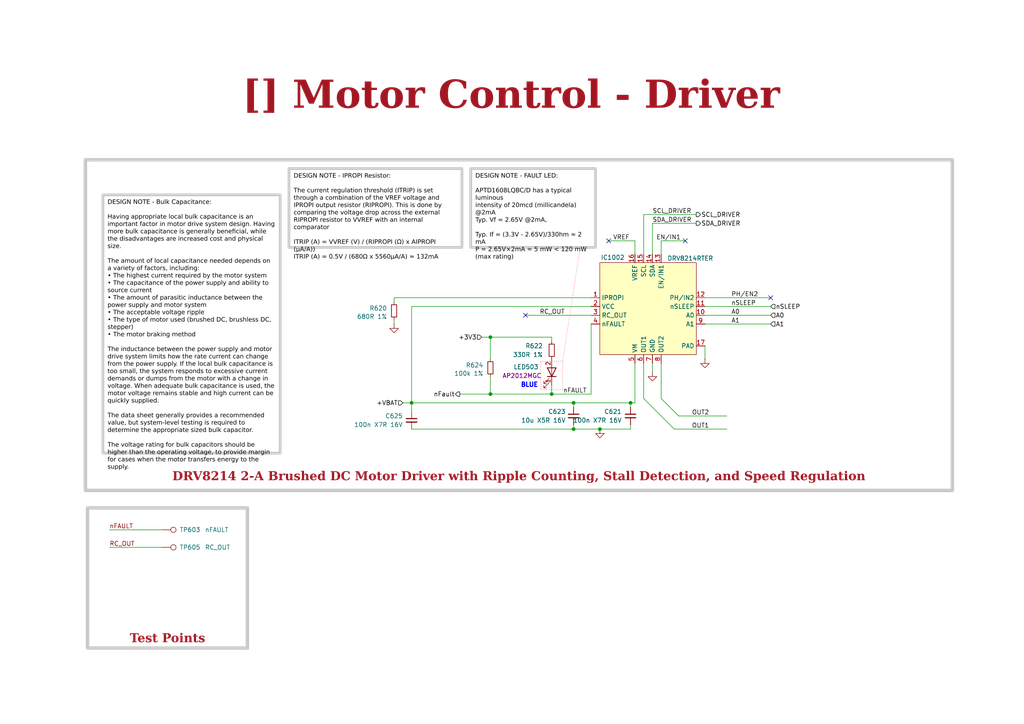
<source format=kicad_sch>
(kicad_sch (version 20250114) (generator "eeschema") (generator_version "9.0")
  (paper "A4")
  (title_block (title "Motor Control - Driver ") (date "2025-02-16") (rev "${REVISION}"))
  (lib_symbols
    (symbol "0_Plume:DRV8214RTER"
      (property "Reference" "IC" (at -13.208 13.716 0))
      (property "Value" "DRV8214RTER" (at 11.176 13.716 0))
      (symbol "DRV8214RTER_1_1"
        (rectangle (start -13.97 12.7) (end 13.97 -13.97) (fill (type background)))
        (pin passive line (at -16.51 2.54 0) (length 2.54) (name "IPROPI") (number "1"))
        (pin passive line (at -16.51 0 0) (length 2.54) (name "VCC") (number "2"))
        (pin passive line (at -16.51 -2.54 0) (length 2.54) (name "RC_OUT") (number "3"))
        (pin passive line (at -16.51 -5.08 0) (length 2.54) (name "nFAULT") (number "4"))
        (pin passive line (at -3.81 15.24 270) (length 2.54) (name "VREF") (number "16"))
        (pin passive line (at -3.81 -16.51 90) (length 2.54) (name "VM") (number "5"))
        (pin passive line (at -1.27 15.24 270) (length 2.54) (name "SCL") (number "15"))
        (pin passive line (at -1.27 -16.51 90) (length 2.54) (name "OUT1") (number "6"))
        (pin passive line (at 1.27 15.24 270) (length 2.54) (name "SDA") (number "14"))
        (pin passive line (at 1.27 -16.51 90) (length 2.54) (name "GND") (number "7"))
        (pin passive line (at 3.81 15.24 270) (length 2.54) (name "EN/IN1") (number "13"))
        (pin passive line (at 3.81 -16.51 90) (length 2.54) (name "OUT2") (number "8"))
        (pin passive line (at 16.51 2.54 180) (length 2.54) (name "PH/IN2") (number "12"))
        (pin passive line (at 16.51 0 180) (length 2.54) (name "nSLEEP") (number "11"))
        (pin passive line (at 16.51 -2.54 180) (length 2.54) (name "A0") (number "10"))
        (pin passive line (at 16.51 -5.08 180) (length 2.54) (name "A1") (number "9"))
        (pin passive line (at 16.51 -11.43 180) (length 2.54) (name "PAD") (number "17"))
      )
    )
    (symbol "Charge_Manager_SYM:SM1206SRC" (pin_names (hide yes))
      (property "Reference" "LED601" (at 8.89 -3.81 90))
      (property "Value" "SM1206SRC" (at 6.35 -3.81 90))
      (symbol "SM1206SRC_0_1"
        (polyline (pts (xy -1.778 -0.762) (xy -3.302 -2.286) (xy -2.54 -2.286) (xy -3.302 -2.286) (xy -3.302 -1.524)))
        (polyline (pts (xy -0.508 -0.762) (xy -2.032 -2.286) (xy -1.27 -2.286) (xy -2.032 -2.286) (xy -2.032 -1.524)))
        (polyline (pts (xy 0 0) (xy 2.54 0)))
        (polyline (pts (xy 0 -1.27) (xy 0 1.27)) (stroke (width 0.254)))
        (polyline (pts (xy 2.54 -1.27) (xy 2.54 1.27) (xy 0 0) (xy 2.54 -1.27)) (stroke (width 0.254)))
      )
      (symbol "SM1206SRC_1_1"
        (pin passive line (at -2.54 0 0) (length 2.54) (name "K") (number "1"))
        (pin passive line (at 5.08 0 180) (length 2.54) (name "A") (number "2"))
      )
    )
    (symbol "Connector:TestPoint" (pin_numbers (hide yes)) (pin_names (offset 0.762) (hide yes))
      (property "Reference" "TP" (at 0 6.858 0))
      (property "Value" "TestPoint" (at 0 5.08 0))
      (symbol "TestPoint_0_1"
        (circle (center 0 3.302) (radius 0.762))
      )
      (symbol "TestPoint_1_1"
        (pin passive line (at 0 0 90) (length 2.54) (name "1") (number "1"))
      )
    )
    (symbol "Device:C_Small" (pin_numbers (hide yes)) (pin_names (offset 0.254) (hide yes))
      (property "Reference" "C" (at 0.254 1.778 0))
      (property "Value" "C_Small" (at 0.254 -2.032 0))
      (symbol "C_Small_0_1"
        (polyline (pts (xy -1.524 0.508) (xy 1.524 0.508)) (stroke (width 0.3048)))
        (polyline (pts (xy -1.524 -0.508) (xy 1.524 -0.508)) (stroke (width 0.3302)))
      )
      (symbol "C_Small_1_1"
        (pin passive line (at 0 2.54 270) (length 2.032) (name "~") (number "1"))
        (pin passive line (at 0 -2.54 90) (length 2.032) (name "~") (number "2"))
      )
    )
    (symbol "Device:R_Small" (pin_numbers (hide yes)) (pin_names (offset 0.254) (hide yes))
      (property "Reference" "R" (at 0.762 0.508 0))
      (property "Value" "R_Small" (at 0.762 -1.016 0))
      (symbol "R_Small_0_1"
        (rectangle (start -0.762 1.778) (end 0.762 -1.778) (stroke (width 0.2032)))
      )
      (symbol "R_Small_1_1"
        (pin passive line (at 0 2.54 270) (length 0.762) (name "~") (number "1"))
        (pin passive line (at 0 -2.54 90) (length 0.762) (name "~") (number "2"))
      )
    )
    (symbol "power:GND" (power) (pin_numbers (hide yes)) (pin_names (offset 0) (hide yes))
      (property "Value" "GND" (at 0 -3.81 0))
      (symbol "GND_0_1"
        (polyline (pts (xy 0 0) (xy 0 -1.27) (xy 1.27 -1.27) (xy 0 -2.54) (xy -1.27 -1.27) (xy 0 -1.27)))
      )
      (symbol "GND_1_1"
        (pin power_in line (at 0 0 270) (length 0) (name "~") (number "1"))
      )
    )
  )
  (rectangle (start 24.765 46.355) (end 276.225 142.24) (stroke (width 1) (color 200 200 200 1)))
  (rectangle (start 25.4 147.32) (end 71.755 187.96) (stroke (width 1) (color 200 200 200 1)))
  (rectangle (start 156.845 104.775) (end 163.195 113.03) (stroke (width 0) (type dot) (color 255 0 0 1)))
  (text_box "Test Points" (at 24.765 179.07 0) (size 47.625 9.525) (margins 1.9049 1.9049 1.9049 1.9049) (stroke (width -0.0001)) (effects (font (size 2.54 2.54) (thickness 0.508) (bold yes)) (justify bottom)))
  (text_box "DESIGN NOTE - FAULT LED:\n\nAPTD1608LQBC/D has a typical luminous \nintensity of 20mcd (millicandela) @2mA\nTyp. Vf = 2.65V @2mA,\n\nTyp. If = (3.3V - 2.65V)/330hm ≈ 2 mA\nP = 2.65V×2mA ≈ 5 mW < 120 mW (max rating)" (at 136.525 48.895 0) (size 36.195 22.86) (margins 1.3525 1.3525 1.3525 1.3525) (stroke (width 0.8) (color 200 200 200 1)) (effects (font (size 1.27 1.27)) (justify left top)))
  (text_box "DRV8214 2-A Brushed DC Motor Driver with Ripple Counting, Stall Detection, and Speed Regulation" (at 24.765 132.08 0) (size 251.46 9.525) (margins 1.9049 1.9049 1.9049 1.9049) (stroke (width -0.0001)) (effects (font (size 2.54 2.54) (thickness 0.508) (bold yes)) (justify bottom)))
  (text_box "DESIGN NOTE - IPROPI Resistor:\n\nThe current regulation threshold (ITRIP) is set through a combination of the VREF voltage and IPROPI output resistor (RIPROPI). This is done by comparing the voltage drop across the external RIPROPI resistor to VVREF with an internal comparator\n\nITRIP (A) = VVREF (V) / (RIPROPI (Ω) x AIPROPI (μA/A))\nITRIP (A) = 0.5V / (680Ω x 5560μA/A) ≈ 132mA" (at 83.82 48.895 0) (size 50.165 22.86) (margins 1.3525 1.3525 1.3525 1.3525) (stroke (width 0.8) (color 200 200 200 1)) (effects (font (size 1.27 1.27)) (justify left top)))
  (text_box "DESIGN NOTE - Bulk Capacitance:\n\nHaving appropriate local bulk capacitance is an important factor in motor drive system design. Having more bulk capacitance is generally beneficial, while the disadvantages are increased cost and physical size.\n\nThe amount of local capacitance needed depends on a variety of factors, including:\n• The highest current required by the motor system\n• The capacitance of the power supply and ability to source current\n• The amount of parasitic inductance between the power supply and motor system\n• The acceptable voltage ripple\n• The type of motor used (brushed DC, brushless DC, stepper)\n• The motor braking method\n\nThe inductance between the power supply and motor drive system limits how the rate current can change from the power supply. If the local bulk capacitance is too small, the system responds to excessive current demands or dumps from the motor with a change in voltage. When adequate bulk capacitance is used, the motor voltage remains stable and high current can be quickly supplied.\n\nThe data sheet generally provides a recommended value, but system-level testing is required to determine the appropriate sized bulk capacitor.\n\nThe voltage rating for bulk capacitors should be higher than the operating voltage, to provide margin for cases when the motor transfers energy to the supply." (at 29.845 56.515 0) (size 51.435 74.93) (margins 1.3525 1.3525 1.3525 1.3525) (stroke (width 0.8) (color 200 200 200 1)) (effects (font (size 1.27 1.27)) (justify left top)))
  (text_box "[${#}] ${TITLE}${#}" (at 12.065 21.59 0) (size 272.415 12.7) (margins 5.9999 5.9999 5.9999 5.9999) (stroke (width -0.0001)) (effects (font (size 8 8) (thickness 1.2) (bold yes))))
  (junction (at 173.99 124.46))
  (junction (at 142.24 114.3))
  (junction (at 166.37 124.46))
  (junction (at 119.38 116.84))
  (junction (at 182.88 116.84))
  (junction (at 160.02 114.3))
  (junction (at 166.37 116.84))
  (junction (at 142.24 97.79))
  (no_connect (at 223.52 86.36))
  (no_connect (at 198.755 69.85))
  (no_connect (at 176.53 69.85))
  (no_connect (at 152.4 91.44))
  (wire (pts (xy 142.24 114.3) (xy 160.02 114.3)))
  (wire (pts (xy 142.24 109.22) (xy 142.24 114.3)))
  (wire (pts (xy 204.47 100.33) (xy 204.47 104.14)))
  (wire (pts (xy 186.69 105.41) (xy 186.69 115.57)))
  (wire (pts (xy 204.47 88.9) (xy 223.52 88.9)))
  (wire (pts (xy 31.75 158.75) (xy 46.99 158.75)))
  (wire (pts (xy 176.53 69.85) (xy 184.15 69.85)))
  (wire (pts (xy 119.38 116.84) (xy 119.38 119.38)))
  (wire (pts (xy 195.58 124.46) (xy 210.82 124.46)))
  (wire (pts (xy 182.88 116.84) (xy 182.88 118.11)))
  (wire (pts (xy 160.02 99.06) (xy 160.02 97.79)))
  (wire (pts (xy 166.37 116.84) (xy 182.88 116.84)))
  (wire (pts (xy 142.24 97.79) (xy 160.02 97.79)))
  (wire (pts (xy 189.23 105.41) (xy 189.23 107.95)))
  (wire (pts (xy 198.755 69.85) (xy 191.77 69.85)))
  (wire (pts (xy 171.45 114.3) (xy 171.45 93.98)))
  (wire (pts (xy 184.15 69.85) (xy 184.15 73.66)))
  (wire (pts (xy 186.69 62.23) (xy 201.93 62.23)))
  (wire (pts (xy 166.37 116.84) (xy 166.37 118.11)))
  (wire (pts (xy 119.38 124.46) (xy 166.37 124.46)))
  (wire (pts (xy 191.77 115.57) (xy 196.85 120.65)))
  (wire (pts (xy 171.45 91.44) (xy 152.4 91.44)))
  (polyline (pts (xy 168.275 71.755) (xy 163.195 104.775)) (stroke (width 0) (type dot) (color 255 0 0 1)))
  (wire (pts (xy 114.3 86.36) (xy 171.45 86.36)))
  (wire (pts (xy 142.24 97.79) (xy 142.24 104.14)))
  (wire (pts (xy 189.23 64.77) (xy 189.23 73.66)))
  (wire (pts (xy 139.7 97.79) (xy 142.24 97.79)))
  (wire (pts (xy 191.77 69.85) (xy 191.77 73.66)))
  (wire (pts (xy 204.47 93.98) (xy 223.52 93.98)))
  (wire (pts (xy 191.77 105.41) (xy 191.77 115.57)))
  (wire (pts (xy 201.93 64.77) (xy 189.23 64.77)))
  (wire (pts (xy 119.38 116.84) (xy 166.37 116.84)))
  (wire (pts (xy 196.85 120.65) (xy 210.82 120.65)))
  (wire (pts (xy 160.02 111.76) (xy 160.02 114.3)))
  (wire (pts (xy 182.88 116.84) (xy 184.15 116.84)))
  (wire (pts (xy 160.02 114.3) (xy 171.45 114.3)))
  (wire (pts (xy 133.35 114.3) (xy 142.24 114.3)))
  (wire (pts (xy 119.38 88.9) (xy 119.38 116.84)))
  (wire (pts (xy 182.88 124.46) (xy 182.88 123.19)))
  (wire (pts (xy 116.84 116.84) (xy 119.38 116.84)))
  (wire (pts (xy 204.47 91.44) (xy 223.52 91.44)))
  (wire (pts (xy 166.37 124.46) (xy 166.37 123.19)))
  (wire (pts (xy 114.3 92.71) (xy 114.3 93.98)))
  (wire (pts (xy 119.38 88.9) (xy 171.45 88.9)))
  (wire (pts (xy 204.47 86.36) (xy 223.52 86.36)))
  (wire (pts (xy 114.3 86.36) (xy 114.3 87.63)))
  (wire (pts (xy 166.37 124.46) (xy 173.99 124.46)))
  (wire (pts (xy 186.69 115.57) (xy 195.58 124.46)))
  (wire (pts (xy 173.99 124.46) (xy 182.88 124.46)))
  (wire (pts (xy 186.69 62.23) (xy 186.69 73.66)))
  (wire (pts (xy 31.75 153.67) (xy 46.99 153.67)))
  (wire (pts (xy 184.15 105.41) (xy 184.15 116.84)))
  (image (at 188.595 89.535) (scale 0.0527422))
  (label "PH{slash}EN2" (at 212.09 86.36 0))
  (label "nFAULT" (at 170.18 114.3 180))
  (label "SDA_DRIVER" (at 189.23 64.77 0))
  (label "VREF" (at 177.8 69.85 0))
  (label "nSLEEP" (at 212.09 88.9 0))
  (label "OUT1" (at 200.66 124.46 0))
  (label "SCL_DRIVER" (at 189.23 62.23 0))
  (label "RC_OUT" (at 163.83 91.44 180))
  (label "A1" (at 212.09 93.98 0))
  (label "RC_OUT" (at 31.75 158.75 0))
  (label "A0" (at 212.09 91.44 0))
  (label "nFAULT" (at 31.75 153.67 0))
  (label "OUT2" (at 200.66 120.65 0))
  (label "EN{slash}IN1" (at 197.485 69.85 180))
  (hierarchical_label "nSLEEP" (shape input) (at 223.52 88.9 0))
  (hierarchical_label "nFault" (shape output) (at 133.35 114.3 180))
  (hierarchical_label "SCL_DRIVER" (shape output) (at 201.93 62.23 0))
  (hierarchical_label "SDA_DRIVER" (shape output) (at 201.93 64.77 0))
  (hierarchical_label "+3V3" (shape input) (at 139.7 97.79 180))
  (hierarchical_label "A0" (shape input) (at 223.52 91.44 0))
  (hierarchical_label "A1" (shape input) (at 223.52 93.98 0))
  (hierarchical_label "+VBAT" (shape input) (at 116.84 116.84 180))
  (symbol (lib_id "Device:C_Small") (at 166.37 120.65 0) (unit 1)
    (property "Reference" "C622" (at 164.084 119.38 0) (effects (justify right)))
    (property "Value" "10u X5R 16V" (at 164.084 121.92 0) (effects (justify right)))
    (property "Footprint" "Capacitor_SMD:C_0603_1608Metric" (effects (hide yes)))
    (property "Datasheet" "https://www.mouser.ch/ProductDetail/Murata-Electronics/GRM188R61C106MAALD?qs=hNud%2FORuBR3LEOKZ4RJp9w%3D%3D" (effects (hide yes)))
    (property "Description" "Unpolarized capacitor" (effects (hide yes)))
    (property "Manufacturer" "Murata Electronics" (effects (hide yes)))
    (property "Manufacturer Part Number" "GRM188R61C106MAALD" (effects (hide yes)))
    (property "Supplier" "Mouser Electronics" (effects (hide yes)))
    (property "Supplier Part Number" "81-GRM188R61C106MALD" (effects (hide yes)))
    (instances (project "Plume" (path "" (reference "C623") (unit 1)) (path "" (reference "C622") (unit 1)) (path "" (reference "C627") (unit 1)) (path "" (reference "C638") (unit 1)) (path "" (reference "C637") (unit 1)) (path "" (reference "C639") (unit 1)) (path "" (reference "C630") (unit 1)) (path "" (reference "C636") (unit 1))))
  )
  (symbol (lib_id "Connector:TestPoint") (at 46.99 153.67 270) (mirror x) (unit 1) (in_bom no)
    (property "Reference" "TP602" (at 52.07 153.67 90) (effects (justify left)))
    (property "Value" "nFAULT" (at 59.436 153.67 90) (effects (justify left)))
    (property "Footprint" "0_Zenith:TestPoint_Pad_D0.5mm_Front" (effects (hide yes)))
    (property "Description" "test point" (effects (hide yes)))
    (instances (project "Plume" (path "" (reference "TP603") (unit 1)) (path "" (reference "TP602") (unit 1)) (path "" (reference "TP606") (unit 1)) (path "" (reference "TP612") (unit 1)) (path "" (reference "TP611") (unit 1)) (path "" (reference "TP613") (unit 1)) (path "" (reference "TP608") (unit 1)) (path "" (reference "TP610") (unit 1))))
  )
  (symbol (lib_id "0_Plume:DRV8214RTER") (at 187.96 88.9 0) (unit 1)
    (property "Reference" "IC" (at 174.244 74.676 0) (effects (justify left)))
    (property "Value" "DRV8214RTER" (at 193.548 74.93 0) (effects (justify left)))
    (property "Footprint" "Package_DFN_QFN:WQFN-16-1EP_3x3mm_P0.5mm_EP1.68x1.68mm_ThermalVias" (effects (hide yes)))
    (property "Datasheet" "https://www.ti.com/lit/ds/symlink/drv8214.pdf?ts=1743082368801" (effects (hide yes)))
    (property "Description" "2-A Brushed DC Motor Driver with Ripple Counting, Stall Detection, and Speed Regulation" (effects (hide yes)))
    (instances (project "Plume" (path "" (reference "IC1002") (unit 1)) (path "" (reference "IC1003") (unit 1)) (path "" (reference "IC1007") (unit 1)) (path "" (reference "IC1006") (unit 1)) (path "" (reference "IC1008") (unit 1)) (path "" (reference "IC1004") (unit 1)) (path "" (reference "IC1005") (unit 1))))
  )
  (symbol (lib_id "Connector:TestPoint") (at 46.99 158.75 270) (mirror x) (unit 1) (in_bom no)
    (property "Reference" "TP604" (at 52.07 158.75 90) (effects (justify left)))
    (property "Value" "RC_OUT" (at 59.436 158.75 90) (effects (justify left)))
    (property "Footprint" "0_Zenith:TestPoint_Pad_D0.5mm_Front" (effects (hide yes)))
    (property "Description" "test point" (effects (hide yes)))
    (instances (project "Plume" (path "" (reference "TP605") (unit 1)) (path "" (reference "TP604") (unit 1)) (path "" (reference "TP607") (unit 1)) (path "" (reference "TP616") (unit 1)) (path "" (reference "TP615") (unit 1)) (path "" (reference "TP617") (unit 1)) (path "" (reference "TP609") (unit 1)) (path "" (reference "TP614") (unit 1))))
  )
  (symbol (lib_id "Device:R_Small") (at 142.24 106.68 0) (unit 1)
    (property "Reference" "R623" (at 140.208 105.918 0) (effects (justify right)))
    (property "Value" "100k 1%" (at 140.208 108.331 0) (effects (justify right)))
    (property "Footprint" "Resistor_SMD:R_0402_1005Metric" (effects (hide yes)))
    (property "Datasheet" "https://www.mouser.ch/ProductDetail/Panasonic/ERJ-2RKF1003X?qs=H7k1u0Mp9JQnXoBKdf15Qg%3D%3D&utm_id=9873308309&utm_source=google&utm_medium=cpc&utm_marketing_tactic=emeacorp&gad_source=1&gbraid=0AAAAADn_wf3ug0UXYvYZGGeVkpnwzKIx2&gclid=CjwKCAjw7pO_BhAlEiwA4pMQvN26O09RJza20J-tNmeCWzVs5ziPoEm0EaMPJxUJNGkJ9vP3fDT5GRoCNbIQAvD_BwE" (effects (hide yes)))
    (property "Description" "Resistor" (effects (hide yes)))
    (property "Supplier" "Mouser Electronics" (effects (hide yes)))
    (property "Manufacturer" "Panasonic" (effects (hide yes)))
    (property "Manufacturer Part Number" "ERJ-2RKF1003X" (effects (hide yes)))
    (property "Supplier Part Number" "667-ERJ-2RKF1003X" (effects (hide yes)))
    (instances (project "Plume" (path "" (reference "R624") (unit 1)) (path "" (reference "R623") (unit 1)) (path "" (reference "R626") (unit 1)) (path "" (reference "R635") (unit 1)) (path "" (reference "R636") (unit 1)) (path "" (reference "R638") (unit 1)) (path "" (reference "R629") (unit 1)) (path "" (reference "R637") (unit 1))))
  )
  (symbol (lib_id "Device:R_Small") (at 114.3 90.17 0) (unit 1)
    (property "Reference" "R619" (at 112.268 89.408 0) (effects (justify right)))
    (property "Value" "680R 1%" (at 112.268 91.821 0) (effects (justify right)))
    (property "Footprint" "Resistor_SMD:R_0402_1005Metric" (effects (hide yes)))
    (property "Datasheet" "https://www.mouser.ch/ProductDetail/Panasonic/ERJ-2RKF1003X?qs=H7k1u0Mp9JQnXoBKdf15Qg%3D%3D&utm_id=9873308309&utm_source=google&utm_medium=cpc&utm_marketing_tactic=emeacorp&gad_source=1&gbraid=0AAAAADn_wf3ug0UXYvYZGGeVkpnwzKIx2&gclid=CjwKCAjw7pO_BhAlEiwA4pMQvN26O09RJza20J-tNmeCWzVs5ziPoEm0EaMPJxUJNGkJ9vP3fDT5GRoCNbIQAvD_BwE" (effects (hide yes)))
    (property "Description" "Resistor" (effects (hide yes)))
    (property "Supplier" "Mouser Electronics" (effects (hide yes)))
    (property "Manufacturer" "Panasonic" (effects (hide yes)))
    (property "Manufacturer Part Number" "ERJ-2RKF1003X" (effects (hide yes)))
    (property "Supplier Part Number" "667-ERJ-2RKF1003X" (effects (hide yes)))
    (instances (project "Plume" (path "" (reference "R620") (unit 1)) (path "" (reference "R619") (unit 1)) (path "" (reference "R625") (unit 1)) (path "" (reference "R633") (unit 1)) (path "" (reference "R632") (unit 1)) (path "" (reference "R634") (unit 1)) (path "" (reference "R628") (unit 1)) (path "" (reference "R631") (unit 1))))
  )
  (symbol (lib_id "Device:C_Small") (at 182.88 120.65 0) (mirror y) (unit 1)
    (property "Reference" "C620" (at 180.34 119.38 0) (effects (justify left)))
    (property "Value" "100n X7R 16V" (at 180.34 121.92 0) (effects (justify left)))
    (property "Footprint" "Capacitor_SMD:C_0402_1005Metric" (effects (hide yes)))
    (property "Datasheet" "https://www.mouser.ch/ProductDetail/Samsung-Electro-Mechanics/CL05B104KO5VPNC?qs=SRYZG9HaIQ0dGqjRr5dbew%3D%3D&srsltid=AfmBOopjHQwv3QSXf_w3_Ogf1nZFnivKZ-jQ4-9snVp7pU9kKH2s_vpO" (effects (hide yes)))
    (property "Description" "Unpolarized capacitor" (effects (hide yes)))
    (property "Manufacturer Part Number" "CL05B104KO5VPNC" (effects (hide yes)))
    (property "Supplier" "Mouser Electronics" (effects (hide yes)))
    (property "Manufacturer" "Samsung Electro-Mechanics" (effects (hide yes)))
    (property "Supplier Part Number" "187-CL05B104KO5VPNC" (effects (hide yes)))
    (instances (project "Plume" (path "" (reference "C621") (unit 1)) (path "" (reference "C620") (unit 1)) (path "" (reference "C628") (unit 1)) (path "" (reference "C642") (unit 1)) (path "" (reference "C641") (unit 1)) (path "" (reference "C643") (unit 1)) (path "" (reference "C631") (unit 1)) (path "" (reference "C640") (unit 1))))
  )
  (symbol (lib_id "power:GND") (at 173.99 124.46 0) (unit 1)
    (property "Reference" "#PWR0622" (effects (hide yes)))
    (property "Value" "GND" (effects (hide yes)))
    (property "Description" "Power symbol creates a global label with name \"GND\" , ground" (effects (hide yes)))
    (instances (project "Plume" (path "" (reference "#PWR0623") (unit 1)) (path "" (reference "#PWR0622") (unit 1)) (path "" (reference "#PWR0628") (unit 1)) (path "" (reference "#PWR0642") (unit 1)) (path "" (reference "#PWR0641") (unit 1)) (path "" (reference "#PWR0643") (unit 1)) (path "" (reference "#PWR0634") (unit 1)) (path "" (reference "#PWR0640") (unit 1))))
  )
  (symbol (lib_id "Device:R_Small") (at 160.02 101.6 0) (unit 1)
    (property "Reference" "R621" (at 157.48 100.33 0) (effects (justify right)))
    (property "Value" "330R 1%" (at 157.48 102.87 0) (effects (justify right)))
    (property "Description" "Resistor" (effects (hide yes)))
    (instances (project "Plume" (path "" (reference "R622") (unit 1)) (path "" (reference "R621") (unit 1)) (path "" (reference "R627") (unit 1)) (path "" (reference "R641") (unit 1)) (path "" (reference "R640") (unit 1)) (path "" (reference "R642") (unit 1)) (path "" (reference "R630") (unit 1)) (path "" (reference "R639") (unit 1))))
  )
  (symbol (lib_id "Device:C_Small") (at 119.38 121.92 0) (mirror y) (unit 1)
    (property "Reference" "C624" (at 116.84 120.65 0) (effects (justify left)))
    (property "Value" "100n X7R 16V" (at 116.84 123.19 0) (effects (justify left)))
    (property "Footprint" "Capacitor_SMD:C_0402_1005Metric" (effects (hide yes)))
    (property "Datasheet" "https://www.mouser.ch/ProductDetail/Samsung-Electro-Mechanics/CL05B104KO5VPNC?qs=SRYZG9HaIQ0dGqjRr5dbew%3D%3D&srsltid=AfmBOopjHQwv3QSXf_w3_Ogf1nZFnivKZ-jQ4-9snVp7pU9kKH2s_vpO" (effects (hide yes)))
    (property "Description" "Unpolarized capacitor" (effects (hide yes)))
    (property "Manufacturer Part Number" "CL05B104KO5VPNC" (effects (hide yes)))
    (property "Supplier" "Mouser Electronics" (effects (hide yes)))
    (property "Manufacturer" "Samsung Electro-Mechanics" (effects (hide yes)))
    (property "Supplier Part Number" "187-CL05B104KO5VPNC" (effects (hide yes)))
    (instances (project "Plume" (path "" (reference "C625") (unit 1)) (path "" (reference "C624") (unit 1)) (path "" (reference "C626") (unit 1)) (path "" (reference "C634") (unit 1)) (path "" (reference "C633") (unit 1)) (path "" (reference "C635") (unit 1)) (path "" (reference "C629") (unit 1)) (path "" (reference "C632") (unit 1))))
  )
  (symbol (lib_id "power:GND") (at 114.3 93.98 0) (unit 1)
    (property "Reference" "#PWR0616" (effects (hide yes)))
    (property "Value" "GND" (effects (hide yes)))
    (property "Description" "Power symbol creates a global label with name \"GND\" , ground" (effects (hide yes)))
    (instances (project "Plume" (path "" (reference "#PWR0617") (unit 1)) (path "" (reference "#PWR0616") (unit 1)) (path "" (reference "#PWR0627") (unit 1)) (path "" (reference "#PWR0638") (unit 1)) (path "" (reference "#PWR0637") (unit 1)) (path "" (reference "#PWR0639") (unit 1)) (path "" (reference "#PWR0633") (unit 1)) (path "" (reference "#PWR0632") (unit 1))))
  )
  (symbol (lib_id "power:GND") (at 204.47 104.14 0) (unit 1)
    (property "Reference" "#PWR0620" (effects (hide yes)))
    (property "Value" "GND" (effects (hide yes)))
    (property "Description" "Power symbol creates a global label with name \"GND\" , ground" (effects (hide yes)))
    (instances (project "Plume" (path "" (reference "#PWR0625") (unit 1)) (path "" (reference "#PWR0620") (unit 1)) (path "" (reference "#PWR0630") (unit 1)) (path "" (reference "#PWR0650") (unit 1)) (path "" (reference "#PWR0649") (unit 1)) (path "" (reference "#PWR0651") (unit 1)) (path "" (reference "#PWR0636") (unit 1)) (path "" (reference "#PWR0648") (unit 1))))
  )
  (symbol (lib_id "power:GND") (at 189.23 107.95 0) (unit 1)
    (property "Reference" "#PWR0618" (effects (hide yes)))
    (property "Value" "GND" (effects (hide yes)))
    (property "Description" "Power symbol creates a global label with name \"GND\" , ground" (effects (hide yes)))
    (instances (project "Plume" (path "" (reference "#PWR0624") (unit 1)) (path "" (reference "#PWR0618") (unit 1)) (path "" (reference "#PWR0629") (unit 1)) (path "" (reference "#PWR0646") (unit 1)) (path "" (reference "#PWR0645") (unit 1)) (path "" (reference "#PWR0644") (unit 1)) (path "" (reference "#PWR0635") (unit 1)) (path "" (reference "#PWR0647") (unit 1))))
  )
  (symbol (lib_id "Charge_Manager_SYM:SM1206SRC") (at 160.02 109.22 270) (mirror x) (unit 1)
    (property "Reference" "LED502" (at 156.21 106.426 90) (effects (justify right)))
    (property "Value" "BLUE" (at 156.21 111.506 90) (effects (font (thickness 0.254) (bold yes)) (justify right)))
    (property "Footprint" "Charge_Manager_FP:KingBright_LED_0805" (effects (hide yes)))
    (property "Datasheet" "https://www.mouser.ch/datasheet/2/216/AP2012MGC-33968.pdf" (effects (hide yes)))
    (property "Description" "Standard LEDs - SMD GRN WATER CLEAR 0805" (effects (hide yes)))
    (property "Manufacturer Part Number" "AP2012MGC" (at 151.384 108.966 90))
    (property "Manufacturer" "Kingbright" (effects (hide yes)))
    (property "Supplier Part Number" "604-AP2012MGC" (effects (hide yes)))
    (property "Supplier" "Mouser Electronics" (effects (hide yes)))
    (instances (project "Plume" (path "" (reference "LED503") (unit 1)) (path "" (reference "LED502") (unit 1)) (path "" (reference "LED504") (unit 1)) (path "" (reference "LED508") (unit 1)) (path "" (reference "LED507") (unit 1)) (path "" (reference "LED509") (unit 1)) (path "" (reference "LED505") (unit 1)) (path "" (reference "LED506") (unit 1))))
  )
)
</source>
